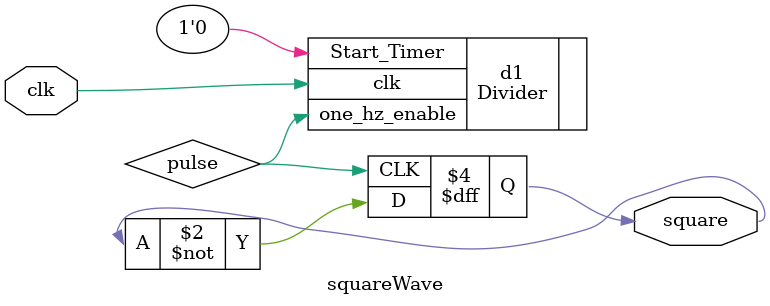
<source format=v>
`timescale 1ns / 1ps
module sirenGen #(parameter f1=67500, parameter f2=38571)(
    input clk,
	 input on,
    output speaker
    );
	 
	wire sp1;
	wire sp2;
	wire toggle;
	squareWave #(.mhz(f1)) freq1 (.clk(clk), .square(sp1));
	squareWave #(.mhz(f2)) freq2 (.clk(clk), .square(sp2));
	squareWave #(.mhz(2*(f1+f2))) toggle0 (.clk(clk), .square(toggle));
	
	assign speaker= on && ((toggle) ? sp1 : sp2);
	

endmodule

module squareWave #(parameter mhz=25'd27000000)(input clk, output reg square);

	initial square = 0;

	wire pulse;
	Divider #(.clock_27mhz(mhz)) d1 (.clk(clk),.Start_Timer(1'd0), .one_hz_enable(pulse));

	always @ (posedge pulse) begin
		square <= ~square;
		
	end
endmodule

</source>
